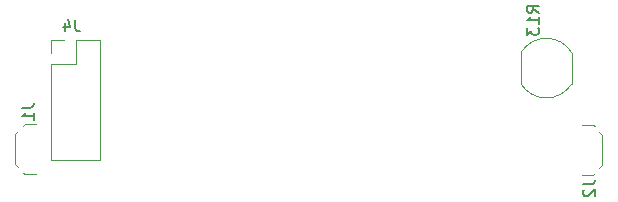
<source format=gbr>
%TF.GenerationSoftware,KiCad,Pcbnew,(5.1.6)-1*%
%TF.CreationDate,2020-12-26T20:27:58+01:00*%
%TF.ProjectId,VESC_UI,56455343-5f55-4492-9e6b-696361645f70,rev?*%
%TF.SameCoordinates,Original*%
%TF.FileFunction,Legend,Bot*%
%TF.FilePolarity,Positive*%
%FSLAX46Y46*%
G04 Gerber Fmt 4.6, Leading zero omitted, Abs format (unit mm)*
G04 Created by KiCad (PCBNEW (5.1.6)-1) date 2020-12-26 20:27:58*
%MOMM*%
%LPD*%
G01*
G04 APERTURE LIST*
%ADD10C,0.120000*%
%ADD11C,0.150000*%
G04 APERTURE END LIST*
D10*
%TO.C,J4*%
X118250000Y-91190000D02*
X117190000Y-91190000D01*
X117190000Y-91190000D02*
X117190000Y-92250000D01*
X119250000Y-91190000D02*
X119250000Y-93250000D01*
X119250000Y-93250000D02*
X117190000Y-93250000D01*
X117190000Y-93250000D02*
X117190000Y-101310000D01*
X121310000Y-101310000D02*
X117190000Y-101310000D01*
X121310000Y-91190000D02*
X121310000Y-101310000D01*
X121310000Y-91190000D02*
X119250000Y-91190000D01*
%TO.C,J1*%
X114800000Y-102410000D02*
X114950000Y-102560000D01*
X114150000Y-101710000D02*
X114400000Y-101960000D01*
X114800000Y-98460000D02*
X114950000Y-98310000D01*
X114150000Y-99110000D02*
X114400000Y-98860000D01*
X114150000Y-101710000D02*
X114150000Y-99110000D01*
X114950000Y-102560000D02*
X115900000Y-102560000D01*
X115900000Y-98310000D02*
X114950000Y-98310000D01*
%TO.C,R13*%
X156950000Y-92250000D02*
X156950000Y-94900000D01*
X161250000Y-92250000D02*
X161250000Y-94900000D01*
X161232144Y-94928027D02*
G75*
G02*
X156950000Y-94900000I-2132144J1378027D01*
G01*
X156965612Y-92224524D02*
G75*
G02*
X161250000Y-92250000I2134388J-1325476D01*
G01*
%TO.C,J2*%
X162100000Y-102590000D02*
X163050000Y-102590000D01*
X163050000Y-98340000D02*
X162100000Y-98340000D01*
X163850000Y-99190000D02*
X163850000Y-101790000D01*
X163850000Y-101790000D02*
X163600000Y-102040000D01*
X163200000Y-102440000D02*
X163050000Y-102590000D01*
X163850000Y-99190000D02*
X163600000Y-98940000D01*
X163200000Y-98490000D02*
X163050000Y-98340000D01*
%TO.C,J4*%
D11*
X119233333Y-89452380D02*
X119233333Y-90166666D01*
X119280952Y-90309523D01*
X119376190Y-90404761D01*
X119519047Y-90452380D01*
X119614285Y-90452380D01*
X118328571Y-89785714D02*
X118328571Y-90452380D01*
X118566666Y-89404761D02*
X118804761Y-90119047D01*
X118185714Y-90119047D01*
%TO.C,J1*%
X114702380Y-96916666D02*
X115416666Y-96916666D01*
X115559523Y-96869047D01*
X115654761Y-96773809D01*
X115702380Y-96630952D01*
X115702380Y-96535714D01*
X115702380Y-97916666D02*
X115702380Y-97345238D01*
X115702380Y-97630952D02*
X114702380Y-97630952D01*
X114845238Y-97535714D01*
X114940476Y-97440476D01*
X114988095Y-97345238D01*
%TO.C,R13*%
X158452380Y-88857142D02*
X157976190Y-88523809D01*
X158452380Y-88285714D02*
X157452380Y-88285714D01*
X157452380Y-88666666D01*
X157500000Y-88761904D01*
X157547619Y-88809523D01*
X157642857Y-88857142D01*
X157785714Y-88857142D01*
X157880952Y-88809523D01*
X157928571Y-88761904D01*
X157976190Y-88666666D01*
X157976190Y-88285714D01*
X158452380Y-89809523D02*
X158452380Y-89238095D01*
X158452380Y-89523809D02*
X157452380Y-89523809D01*
X157595238Y-89428571D01*
X157690476Y-89333333D01*
X157738095Y-89238095D01*
X157452380Y-90142857D02*
X157452380Y-90761904D01*
X157833333Y-90428571D01*
X157833333Y-90571428D01*
X157880952Y-90666666D01*
X157928571Y-90714285D01*
X158023809Y-90761904D01*
X158261904Y-90761904D01*
X158357142Y-90714285D01*
X158404761Y-90666666D01*
X158452380Y-90571428D01*
X158452380Y-90285714D01*
X158404761Y-90190476D01*
X158357142Y-90142857D01*
%TO.C,J2*%
X162202380Y-103416666D02*
X162916666Y-103416666D01*
X163059523Y-103369047D01*
X163154761Y-103273809D01*
X163202380Y-103130952D01*
X163202380Y-103035714D01*
X162297619Y-103845238D02*
X162250000Y-103892857D01*
X162202380Y-103988095D01*
X162202380Y-104226190D01*
X162250000Y-104321428D01*
X162297619Y-104369047D01*
X162392857Y-104416666D01*
X162488095Y-104416666D01*
X162630952Y-104369047D01*
X163202380Y-103797619D01*
X163202380Y-104416666D01*
%TD*%
M02*

</source>
